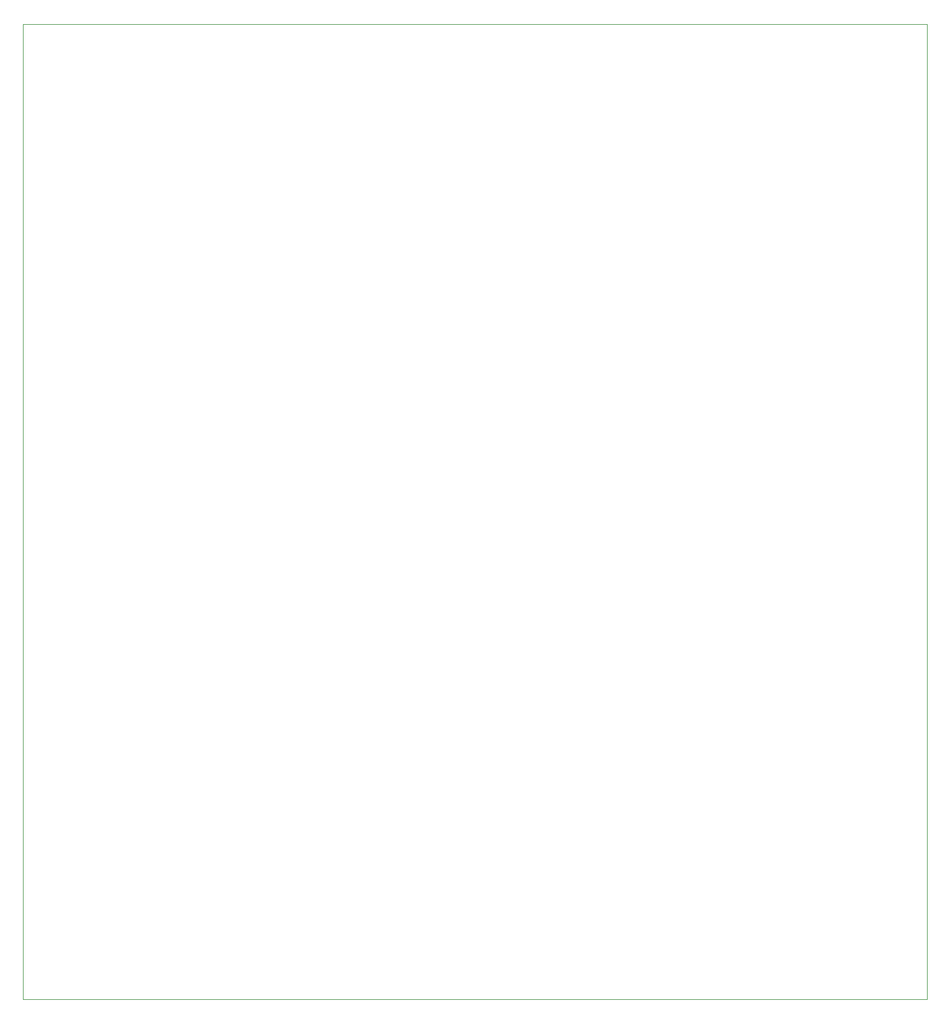
<source format=gm1>
G04 #@! TF.FileFunction,Profile,NP*
%FSLAX46Y46*%
G04 Gerber Fmt 4.6, Leading zero omitted, Abs format (unit mm)*
G04 Created by KiCad (PCBNEW 4.0.2+dfsg1-stable) date sø. 02. april 2017 kl. 18.17 +0200*
%MOMM*%
G01*
G04 APERTURE LIST*
%ADD10C,0.100000*%
G04 APERTURE END LIST*
D10*
X38000000Y-167000000D02*
X168000000Y-167000000D01*
X38000000Y-27000000D02*
X38000000Y-167000000D01*
X168000000Y-27000000D02*
X168000000Y-167000000D01*
X38000000Y-27000000D02*
X168000000Y-27000000D01*
M02*

</source>
